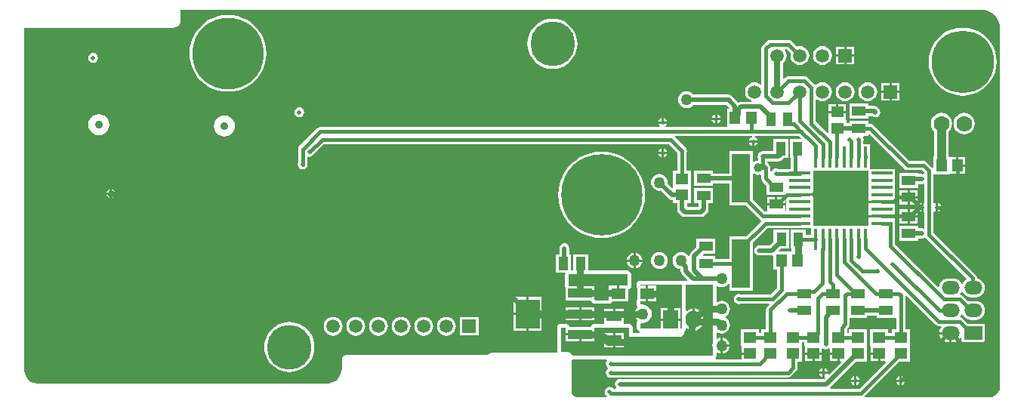
<source format=gtl>
G04*
G04 #@! TF.GenerationSoftware,Altium Limited,Altium Designer,21.0.9 (235)*
G04*
G04 Layer_Physical_Order=1*
G04 Layer_Color=255*
%FSLAX25Y25*%
%MOIN*%
G70*
G04*
G04 #@! TF.SameCoordinates,B8C923A0-899F-4986-8B49-ABE338B4BB89*
G04*
G04*
G04 #@! TF.FilePolarity,Positive*
G04*
G01*
G75*
%ADD18R,0.04331X0.05906*%
%ADD19R,0.05906X0.04331*%
%ADD20R,0.01575X0.09449*%
%ADD21R,0.09449X0.01575*%
%ADD22R,0.05512X0.04724*%
%ADD23R,0.04724X0.05512*%
%ADD24R,0.06693X0.04331*%
%ADD25R,0.10630X0.03937*%
%ADD26R,0.10630X0.12992*%
%ADD27R,0.07874X0.21654*%
%ADD28R,0.06299X0.04724*%
%ADD55C,0.01968*%
%ADD56C,0.01575*%
%ADD57C,0.02362*%
%ADD58C,0.03150*%
%ADD59C,0.03543*%
%ADD60C,0.03937*%
%ADD61C,0.02756*%
%ADD62C,0.03445*%
%ADD63O,0.07874X0.05906*%
%ADD64R,0.07874X0.05906*%
%ADD65C,0.07000*%
%ADD66C,0.05906*%
%ADD67R,0.05906X0.05906*%
%ADD68O,0.06693X0.07874*%
%ADD69R,0.06693X0.07874*%
%ADD70C,0.01968*%
%ADD71C,0.05000*%
%ADD72C,0.03937*%
%ADD73C,0.35827*%
%ADD74C,0.31496*%
%ADD75C,0.19685*%
%ADD76C,0.27559*%
G36*
X599121Y414649D02*
X600680Y414176D01*
X602116Y413409D01*
X603375Y412375D01*
X604409Y411116D01*
X605176Y409680D01*
X605649Y408121D01*
X605801Y406577D01*
X605786Y406500D01*
Y400500D01*
X605786Y247735D01*
X605785Y247734D01*
X605785D01*
X605707Y247142D01*
X605234Y246000D01*
X604481Y245019D01*
X603500Y244266D01*
X602358Y243793D01*
X601132Y243632D01*
X600498Y243715D01*
X600498Y243715D01*
X600494Y243715D01*
X600020Y243714D01*
X546241D01*
X546053Y244214D01*
X561252Y259413D01*
X565937D01*
Y266000D01*
X565937Y266500D01*
X565937D01*
Y266500D01*
X565937D01*
Y273587D01*
X564007D01*
Y288424D01*
X564469Y288669D01*
X577478Y275659D01*
X578129Y275224D01*
X578898Y275072D01*
X579760D01*
X580007Y274572D01*
X579563Y273993D01*
X579165Y273032D01*
X579095Y272500D01*
X584000D01*
Y272000D01*
X584500D01*
Y268013D01*
X584984D01*
X586016Y268149D01*
X586978Y268547D01*
X587803Y269181D01*
X588382Y269935D01*
X588651Y269906D01*
X588882Y269798D01*
Y267866D01*
X599118D01*
Y276134D01*
X591720D01*
X589356Y278498D01*
X588705Y278933D01*
X588420Y278990D01*
X588244Y279458D01*
X588595Y279915D01*
X588750Y280289D01*
X589250D01*
X589405Y279915D01*
X590067Y279052D01*
X590931Y278389D01*
X591937Y277973D01*
X593016Y277831D01*
X594984D01*
X596063Y277973D01*
X597069Y278389D01*
X597933Y279052D01*
X598595Y279915D01*
X599012Y280921D01*
X599154Y282000D01*
X599012Y283079D01*
X598595Y284085D01*
X597933Y284948D01*
X597069Y285611D01*
X596063Y286027D01*
X594984Y286170D01*
X593016D01*
X591937Y286027D01*
X591859Y285995D01*
X589514Y288340D01*
X588863Y288776D01*
X588419Y288864D01*
X588211Y289415D01*
X588595Y289915D01*
X588750Y290289D01*
X589250D01*
X589405Y289915D01*
X590067Y289052D01*
X590931Y288389D01*
X591937Y287973D01*
X593016Y287830D01*
X594984D01*
X596063Y287973D01*
X597069Y288389D01*
X597933Y289052D01*
X598595Y289915D01*
X599012Y290921D01*
X599154Y292000D01*
X599012Y293079D01*
X598595Y294085D01*
X597933Y294948D01*
X597069Y295611D01*
X596063Y296027D01*
X595615Y296087D01*
Y296392D01*
X595462Y297161D01*
X595027Y297812D01*
X576507Y316331D01*
Y325510D01*
X577007Y325777D01*
X577226Y325631D01*
X577500Y325576D01*
Y327500D01*
Y329424D01*
X577226Y329369D01*
X577007Y329223D01*
X576507Y329490D01*
Y342063D01*
X583256D01*
X583500Y342063D01*
X583925Y342244D01*
X586543D01*
Y346000D01*
Y349756D01*
X583925D01*
X583500Y349937D01*
X583155Y350282D01*
Y361021D01*
X583339Y361161D01*
X584089Y362139D01*
X584561Y363278D01*
X584722Y364500D01*
X584561Y365722D01*
X584089Y366861D01*
X583339Y367839D01*
X582361Y368589D01*
X581222Y369061D01*
X580000Y369221D01*
X578778Y369061D01*
X577639Y368589D01*
X576661Y367839D01*
X575911Y366861D01*
X575439Y365722D01*
X575279Y364500D01*
X575439Y363278D01*
X575911Y362139D01*
X576661Y361161D01*
X576802Y361054D01*
Y349937D01*
X576413D01*
Y345134D01*
X575938Y344980D01*
X575913Y344980D01*
X573474Y347419D01*
X572823Y347854D01*
X572055Y348007D01*
X565831D01*
X549919Y363919D01*
X549268Y364354D01*
X548500Y364507D01*
X547634D01*
Y365846D01*
X539366D01*
Y364708D01*
X538291D01*
X537937Y365061D01*
X537937Y366043D01*
X537756Y366468D01*
Y369087D01*
X534000D01*
X530244D01*
Y366468D01*
X530063Y366043D01*
X530063Y365799D01*
Y360429D01*
X529601Y360237D01*
X524586Y365253D01*
Y374960D01*
X525034Y375181D01*
X525415Y374889D01*
X526421Y374473D01*
X527500Y374330D01*
X528579Y374473D01*
X529585Y374889D01*
X530448Y375552D01*
X531111Y376415D01*
X531528Y377421D01*
X531670Y378500D01*
X531528Y379579D01*
X531111Y380585D01*
X530448Y381448D01*
X529585Y382111D01*
X528579Y382527D01*
X527500Y382669D01*
X526421Y382527D01*
X525415Y382111D01*
X524739Y381592D01*
X524118Y381621D01*
X523998Y381800D01*
X520958Y384840D01*
X520306Y385276D01*
X519538Y385428D01*
X512421D01*
X511653Y385276D01*
X511002Y384840D01*
X510543Y384382D01*
X510081Y384573D01*
Y391270D01*
X510448Y391552D01*
X511111Y392415D01*
X511527Y393421D01*
X511669Y394500D01*
X511527Y395579D01*
X511111Y396585D01*
X510819Y396966D01*
X511040Y397414D01*
X511747D01*
X513505Y395657D01*
X513473Y395579D01*
X513331Y394500D01*
X513473Y393421D01*
X513889Y392415D01*
X514552Y391552D01*
X515415Y390889D01*
X516421Y390473D01*
X517500Y390331D01*
X518579Y390473D01*
X519585Y390889D01*
X520448Y391552D01*
X521111Y392415D01*
X521527Y393421D01*
X521669Y394500D01*
X521527Y395579D01*
X521111Y396585D01*
X520448Y397448D01*
X519585Y398111D01*
X518579Y398527D01*
X517500Y398670D01*
X516421Y398527D01*
X516343Y398495D01*
X513998Y400841D01*
X513347Y401276D01*
X512579Y401428D01*
X504344D01*
X503576Y401276D01*
X502924Y400841D01*
X501081Y398997D01*
X500646Y398346D01*
X500493Y397578D01*
Y382044D01*
X499993Y381798D01*
X499585Y382111D01*
X498579Y382527D01*
X497500Y382669D01*
X496421Y382527D01*
X495415Y382111D01*
X494552Y381448D01*
X493889Y380585D01*
X493472Y379579D01*
X493330Y378500D01*
X493472Y377421D01*
X493889Y376415D01*
X494552Y375552D01*
X495415Y374889D01*
X496043Y374629D01*
X495944Y374129D01*
X491444D01*
X490600Y373961D01*
X490337Y373785D01*
X487561Y376561D01*
X486845Y377040D01*
X486000Y377208D01*
X470446D01*
X470125Y377625D01*
X469356Y378215D01*
X468461Y378586D01*
X467500Y378713D01*
X466539Y378586D01*
X465644Y378215D01*
X464875Y377625D01*
X464285Y376856D01*
X463914Y375961D01*
X463787Y375000D01*
X463914Y374039D01*
X464285Y373144D01*
X464875Y372375D01*
X465644Y371785D01*
X466539Y371414D01*
X467500Y371287D01*
X468461Y371414D01*
X469356Y371785D01*
X470125Y372375D01*
X470446Y372792D01*
X485085D01*
X486441Y371437D01*
X486234Y370937D01*
X485370D01*
Y363063D01*
X484926Y362928D01*
X458371D01*
X458219Y363428D01*
X458431Y363569D01*
X458869Y364226D01*
X458924Y364500D01*
X455076D01*
X455131Y364226D01*
X455569Y363569D01*
X455781Y363428D01*
X455629Y362928D01*
X305745D01*
X304977Y362775D01*
X304326Y362340D01*
X296581Y354595D01*
X296146Y353944D01*
X295993Y353176D01*
Y347394D01*
X295960Y347345D01*
X295792Y346500D01*
X295960Y345655D01*
X296439Y344939D01*
X297155Y344460D01*
X298000Y344292D01*
X298845Y344460D01*
X299561Y344939D01*
X300040Y345655D01*
X300208Y346500D01*
X300040Y347345D01*
X300007Y347394D01*
Y349504D01*
X300507Y349890D01*
X301000Y349792D01*
X301845Y349960D01*
X302561Y350439D01*
X302918Y350973D01*
X307438Y355493D01*
X459669D01*
X463449Y351713D01*
X463460Y351655D01*
X463493Y351606D01*
Y343587D01*
X461563D01*
X461563Y336212D01*
X461101Y336021D01*
X459144Y337978D01*
X459213Y338500D01*
X459086Y339461D01*
X458715Y340356D01*
X458125Y341125D01*
X457356Y341715D01*
X456461Y342086D01*
X455500Y342213D01*
X454539Y342086D01*
X453644Y341715D01*
X452875Y341125D01*
X452285Y340356D01*
X451914Y339461D01*
X451787Y338500D01*
X451914Y337539D01*
X452285Y336644D01*
X452875Y335875D01*
X453644Y335285D01*
X454539Y334914D01*
X455500Y334787D01*
X456022Y334856D01*
X459482Y331396D01*
X460198Y330917D01*
X461043Y330749D01*
X461563D01*
Y329413D01*
X463292D01*
Y326653D01*
X463460Y325808D01*
X463939Y325092D01*
X465092Y323939D01*
X465808Y323460D01*
X466653Y323292D01*
X473847D01*
X474692Y323460D01*
X475408Y323939D01*
X476561Y325092D01*
X477040Y325808D01*
X477208Y326653D01*
Y329413D01*
X479134D01*
Y336106D01*
X470866D01*
Y329413D01*
X472792D01*
Y327708D01*
X467708D01*
Y329413D01*
X469437D01*
Y336000D01*
X469437Y336500D01*
X469437Y337000D01*
Y343587D01*
X467507D01*
Y351606D01*
X467540Y351655D01*
X467708Y352500D01*
X467540Y353345D01*
X467061Y354061D01*
X466345Y354540D01*
X466287Y354551D01*
X462386Y358452D01*
X462577Y358914D01*
X488472D01*
X488472Y358914D01*
X496403D01*
X496452Y358414D01*
X496226Y358369D01*
X495569Y357931D01*
X495131Y357274D01*
X495076Y357000D01*
X498924D01*
X498869Y357274D01*
X498431Y357931D01*
X497774Y358369D01*
X497548Y358414D01*
X497597Y358914D01*
X517247D01*
X518066Y358096D01*
X517874Y357634D01*
X513134D01*
Y349366D01*
X513493D01*
Y344507D01*
X507894D01*
X507845Y344540D01*
X507000Y344708D01*
X506155Y344540D01*
X505439Y344061D01*
X505007Y343415D01*
X504720Y343426D01*
X504507Y343498D01*
Y345000D01*
X504354Y345768D01*
X503919Y346419D01*
X503054Y347284D01*
Y347792D01*
X508062D01*
X508907Y347960D01*
X509623Y348439D01*
X510550Y349366D01*
X512347D01*
Y357634D01*
X505653D01*
Y352208D01*
X501047D01*
X500202Y352040D01*
X499486Y351561D01*
X499008Y350845D01*
X498840Y350000D01*
X499008Y349155D01*
X499040Y349106D01*
Y348212D01*
X499000Y348177D01*
X498178Y348068D01*
X497412Y347751D01*
X497118Y347526D01*
X496618Y347773D01*
Y352209D01*
X486382D01*
Y342448D01*
X479134D01*
Y343587D01*
X470866D01*
Y336894D01*
X479134D01*
Y338032D01*
X486382D01*
Y328193D01*
X493780D01*
X499766Y322207D01*
X500189Y321924D01*
X500297Y321324D01*
X493780Y314807D01*
X486382D01*
Y304767D01*
X480134D01*
Y306106D01*
X474888D01*
X474701Y306543D01*
X474991Y306894D01*
X480134D01*
Y313587D01*
X471866D01*
Y310016D01*
X469321Y307471D01*
X468842Y306754D01*
X468694Y306008D01*
X468384Y305910D01*
X468174Y305910D01*
X467625Y306625D01*
X466856Y307215D01*
X465961Y307586D01*
X465000Y307713D01*
X464039Y307586D01*
X463144Y307215D01*
X462375Y306625D01*
X461785Y305856D01*
X461414Y304961D01*
X461287Y304000D01*
X461414Y303039D01*
X461785Y302144D01*
X462375Y301375D01*
X463144Y300785D01*
X464039Y300414D01*
X464792Y300314D01*
Y299500D01*
X464960Y298655D01*
X465439Y297939D01*
X467810Y295568D01*
X467619Y295106D01*
X467106D01*
X466491Y294983D01*
X466303Y294858D01*
X466115Y294983D01*
X465500Y295106D01*
X447000D01*
X446385Y294983D01*
X445865Y294635D01*
X445517Y294114D01*
X445394Y293500D01*
Y292862D01*
X445517Y292248D01*
X445665Y292025D01*
Y286975D01*
X445517Y286752D01*
X445394Y286138D01*
Y284858D01*
X445405Y284805D01*
X445398Y284752D01*
X445466Y284500D01*
X445517Y284243D01*
X445546Y284199D01*
X445560Y284147D01*
X445719Y283940D01*
X445865Y283722D01*
X445820Y283239D01*
X445504Y282996D01*
X444943Y282265D01*
X444590Y281414D01*
X444536Y281000D01*
X448000D01*
Y280000D01*
X444536D01*
X444590Y279586D01*
X444943Y278735D01*
X445504Y278004D01*
X445781Y277791D01*
X445837Y277580D01*
X445865Y277278D01*
X445719Y277060D01*
X445560Y276853D01*
X445546Y276801D01*
X445517Y276757D01*
X445466Y276500D01*
X445398Y276248D01*
X445405Y276195D01*
X445394Y276143D01*
Y274500D01*
X445394Y274500D01*
X445517Y273885D01*
X445865Y273365D01*
X445865Y273365D01*
X446365Y272865D01*
X446752Y272606D01*
X446600Y272106D01*
X443606D01*
Y274500D01*
X443483Y275114D01*
X443135Y275635D01*
X442615Y275983D01*
X442000Y276106D01*
X440245D01*
X439847Y276350D01*
X439847Y276606D01*
Y279016D01*
X435500D01*
X431153D01*
Y276606D01*
X431153Y276350D01*
X430755Y276106D01*
X427279D01*
X427133Y276077D01*
X426985Y276078D01*
X426520Y275992D01*
X426365Y275929D01*
X426200Y275897D01*
X426077Y275814D01*
X425939Y275759D01*
X425819Y275642D01*
X425680Y275549D01*
X425597Y275425D01*
X425491Y275321D01*
X425425Y275167D01*
X425331Y275028D01*
X425303Y274882D01*
X425244Y274745D01*
X425242Y274594D01*
X415758D01*
X415756Y274745D01*
X415697Y274882D01*
X415668Y275028D01*
X415575Y275167D01*
X415510Y275321D01*
X415403Y275425D01*
X415320Y275549D01*
X415181Y275642D01*
X415061Y275759D01*
X414923Y275814D01*
X414799Y275897D01*
X414635Y275929D01*
X414480Y275992D01*
X414015Y276078D01*
X413867Y276077D01*
X413721Y276106D01*
X412000D01*
X411385Y275983D01*
X410865Y275635D01*
X410517Y275114D01*
X410394Y274500D01*
Y263615D01*
X410397Y263600D01*
X410080Y263214D01*
X381500D01*
X381354Y263185D01*
X380800Y263112D01*
X380148Y262842D01*
X379588Y262412D01*
X379436Y262214D01*
X317000D01*
X316344Y262084D01*
X315788Y261712D01*
X315416Y261156D01*
X315286Y260500D01*
Y256500D01*
X315297Y256447D01*
X315171Y255173D01*
X314784Y253897D01*
X314155Y252721D01*
X313310Y251691D01*
X312279Y250845D01*
X311103Y250216D01*
X309827Y249829D01*
X308553Y249704D01*
X308500Y249714D01*
X181000D01*
X180901Y249694D01*
X179494Y249880D01*
X178091Y250461D01*
X176886Y251386D01*
X175961Y252591D01*
X175380Y253994D01*
X175194Y255401D01*
X175214Y255500D01*
Y259500D01*
Y401757D01*
Y406786D01*
X241000D01*
X241082Y406802D01*
X241830Y406901D01*
X242604Y407221D01*
X243269Y407731D01*
X243779Y408396D01*
X244099Y409170D01*
X244198Y409918D01*
X244214Y410000D01*
Y414786D01*
X594965Y414786D01*
X597500D01*
X597577Y414801D01*
X599121Y414649D01*
D02*
G37*
G36*
X563581Y344581D02*
X564232Y344146D01*
X565000Y343993D01*
X571223D01*
X572295Y342921D01*
X572272Y342479D01*
X571836Y342141D01*
X571500Y342208D01*
X569634D01*
Y342827D01*
X561366D01*
Y336134D01*
X569634D01*
Y337792D01*
X571500D01*
X571993Y337890D01*
X572493Y337504D01*
Y329810D01*
X572047Y329475D01*
Y327500D01*
Y325525D01*
X572493Y325190D01*
Y318496D01*
X571993Y318110D01*
X571500Y318208D01*
X569634D01*
Y319366D01*
X561366D01*
Y312673D01*
X569634D01*
Y313792D01*
X571500D01*
X572345Y313960D01*
X572909Y314337D01*
X573081Y314081D01*
X591051Y296111D01*
X590978Y295746D01*
X590881Y295573D01*
X590067Y294948D01*
X589405Y294085D01*
X589250Y293711D01*
X588750D01*
X588595Y294085D01*
X587933Y294948D01*
X587069Y295611D01*
X586063Y296027D01*
X584984Y296169D01*
X583016D01*
X581937Y296027D01*
X580931Y295611D01*
X580067Y294948D01*
X579405Y294085D01*
X578988Y293079D01*
X578926Y292603D01*
X578452Y292442D01*
X559554Y311340D01*
Y320476D01*
X559516Y320670D01*
Y322445D01*
X559335D01*
Y323126D01*
X553610D01*
X547886D01*
Y322445D01*
X547705D01*
Y319295D01*
X523295D01*
Y321657D01*
Y324807D01*
Y327957D01*
Y331894D01*
X523114D01*
Y332575D01*
X517390D01*
X511665D01*
Y331894D01*
X511484D01*
Y327957D01*
Y326133D01*
X511453Y326113D01*
X511428Y326114D01*
X510953Y326390D01*
Y328500D01*
X503047D01*
Y326133D01*
X503047Y325835D01*
X502631Y325633D01*
X502016D01*
X496618Y331031D01*
Y342228D01*
X497118Y342474D01*
X497412Y342249D01*
X498178Y341932D01*
X499000Y341823D01*
X499822Y341932D01*
X500077Y342037D01*
X500493Y341759D01*
Y340193D01*
X500646Y339425D01*
X501081Y338774D01*
X502866Y336988D01*
Y333134D01*
X511134D01*
Y333405D01*
X511634Y333741D01*
X511665Y333728D01*
Y333575D01*
X517390D01*
X523114D01*
Y334256D01*
X523295D01*
Y337405D01*
Y340555D01*
Y343705D01*
X547705D01*
Y340555D01*
Y337405D01*
Y334256D01*
Y331106D01*
X547886D01*
Y330425D01*
X553610D01*
X559335D01*
Y331106D01*
X559516D01*
Y334256D01*
Y337405D01*
Y340555D01*
Y344492D01*
X548492D01*
Y349416D01*
X548531Y349610D01*
Y350000D01*
X548492Y350194D01*
Y355516D01*
X545381D01*
Y356418D01*
X545540Y356655D01*
X545708Y357500D01*
X545540Y358345D01*
X545333Y358653D01*
X545601Y359154D01*
X547634D01*
Y359821D01*
X548134Y360028D01*
X563581Y344581D01*
D02*
G37*
G36*
X522508Y315397D02*
X520087D01*
Y317634D01*
X513394D01*
Y309366D01*
X513862D01*
Y308291D01*
X513509Y307937D01*
X513000Y307937D01*
Y307937D01*
X513000D01*
Y307937D01*
X508260D01*
X508068Y308399D01*
X509036Y309366D01*
X512606D01*
Y317634D01*
X505913D01*
Y312488D01*
X504133Y310708D01*
X499500D01*
X498655Y310540D01*
X497939Y310061D01*
X497460Y309345D01*
X497292Y308500D01*
X497460Y307655D01*
X497939Y306939D01*
X498655Y306460D01*
X499500Y306292D01*
X505047D01*
X505413Y306365D01*
X505913Y305955D01*
Y300063D01*
X507450D01*
Y291938D01*
X504594Y289082D01*
X491130D01*
X490500Y289208D01*
X489655Y289040D01*
X488939Y288561D01*
X488460Y287845D01*
X488292Y287000D01*
X488460Y286155D01*
X488939Y285439D01*
X489655Y284960D01*
X490500Y284792D01*
X491345Y284960D01*
X491506Y285068D01*
X503824D01*
X504015Y284606D01*
X503081Y283672D01*
X502646Y283021D01*
X502493Y282253D01*
Y273587D01*
X500563D01*
Y272050D01*
X499437D01*
Y273543D01*
X491563D01*
Y266457D01*
X491563D01*
X491744Y266276D01*
Y263413D01*
X495500D01*
Y262413D01*
X491744D01*
Y260507D01*
X480452D01*
X480415Y260549D01*
X480231Y261007D01*
X480483Y261385D01*
X480606Y262000D01*
Y263360D01*
X481054Y263581D01*
X481235Y263443D01*
X482086Y263090D01*
X482500Y263036D01*
Y266500D01*
Y269964D01*
X482086Y269910D01*
X481235Y269557D01*
X481054Y269419D01*
X480606Y269640D01*
Y272132D01*
X481054Y272353D01*
X481144Y272285D01*
X482039Y271914D01*
X483000Y271787D01*
X483961Y271914D01*
X484856Y272285D01*
X485625Y272875D01*
X486215Y273644D01*
X486586Y274539D01*
X486713Y275500D01*
X486586Y276461D01*
X486215Y277356D01*
X485625Y278125D01*
X484856Y278715D01*
X484735Y278766D01*
Y279266D01*
X484856Y279316D01*
X485625Y279906D01*
X486215Y280675D01*
X486586Y281571D01*
X486713Y282531D01*
X486586Y283492D01*
X486215Y284388D01*
X485625Y285157D01*
X484856Y285747D01*
X483961Y286118D01*
X483000Y286244D01*
X482039Y286118D01*
X481144Y285747D01*
X481054Y285678D01*
X480606Y285899D01*
Y292632D01*
X481054Y292853D01*
X481144Y292785D01*
X482039Y292414D01*
X483000Y292287D01*
X483961Y292414D01*
X484856Y292785D01*
X485625Y293375D01*
X485882Y293709D01*
X486382Y293539D01*
Y290791D01*
X496618D01*
Y311969D01*
X503119Y318469D01*
X517390D01*
X517584Y318508D01*
X522508D01*
Y315397D01*
D02*
G37*
G36*
X465500Y274000D02*
X464847D01*
Y277500D01*
X460500D01*
X456153D01*
Y274000D01*
X447500D01*
X447000Y274500D01*
Y276143D01*
X447376Y276472D01*
X448000Y276390D01*
X449064Y276530D01*
X450055Y276941D01*
X450906Y277594D01*
X451559Y278445D01*
X451970Y279436D01*
X452110Y280500D01*
X451970Y281564D01*
X451559Y282555D01*
X450906Y283406D01*
X450055Y284059D01*
X449064Y284470D01*
X448000Y284610D01*
X447376Y284528D01*
X447000Y284858D01*
Y286138D01*
X449496D01*
Y289500D01*
Y292862D01*
X447000D01*
Y293500D01*
X465500D01*
Y274000D01*
D02*
G37*
G36*
X479000Y267335D02*
X478890Y266500D01*
X479000Y265665D01*
Y262000D01*
X417016D01*
X416954Y262310D01*
X416496Y262996D01*
X415810Y263454D01*
X415000Y263615D01*
X412000D01*
Y274500D01*
X413721D01*
X414185Y274413D01*
X414185Y274000D01*
Y271945D01*
X420500D01*
X426815D01*
X426815Y274413D01*
X427279Y274500D01*
X442000D01*
Y270500D01*
X466500D01*
X466500Y270500D01*
Y272774D01*
X466635Y272865D01*
X466983Y273386D01*
X467090Y273922D01*
X467310Y274062D01*
X467606Y274152D01*
X468308Y273613D01*
X469365Y273175D01*
X470000Y273091D01*
Y278000D01*
Y282909D01*
X469365Y282825D01*
X468308Y282387D01*
X467606Y281848D01*
X467106Y282095D01*
Y293500D01*
X479000D01*
Y267335D01*
D02*
G37*
G36*
X551366Y278673D02*
X559634D01*
X559993Y278333D01*
Y273587D01*
X558063D01*
Y272050D01*
X556437D01*
Y273587D01*
X548563D01*
Y266500D01*
X548563D01*
X548744Y266319D01*
Y263457D01*
X552500D01*
Y262957D01*
X553000D01*
Y259594D01*
X555103D01*
X555294Y259133D01*
X543669Y247507D01*
X530949D01*
X530853Y248007D01*
X540982Y258136D01*
X541044Y258229D01*
X542185Y259370D01*
X546937D01*
Y265957D01*
X546937Y266457D01*
X546937D01*
Y266457D01*
X546937D01*
Y273543D01*
X539063D01*
Y272050D01*
X538437D01*
Y273587D01*
X538437D01*
X538425Y274087D01*
X538968Y274629D01*
X539403Y275281D01*
X539556Y276049D01*
Y278673D01*
X547134D01*
Y279792D01*
X551366D01*
Y278673D01*
D02*
G37*
G36*
X519563Y266500D02*
X519563D01*
X519744Y266319D01*
Y263457D01*
X527256D01*
Y264960D01*
X527756Y265227D01*
X528155Y264960D01*
X529000Y264792D01*
X529845Y264960D01*
X530244Y265227D01*
X530744Y264960D01*
Y263457D01*
X534500D01*
Y262957D01*
X535000D01*
Y259594D01*
X535543D01*
X535734Y259133D01*
X530392Y253790D01*
X529999Y254000D01*
X528500D01*
Y252501D01*
X528710Y252108D01*
X528309Y251708D01*
X438000D01*
X437155Y251540D01*
X436439Y251061D01*
X435960Y250345D01*
X435792Y249500D01*
X435960Y248655D01*
X436393Y248007D01*
X436254Y247507D01*
X435097D01*
X435061Y247561D01*
X434345Y248040D01*
X433500Y248208D01*
X432655Y248040D01*
X431939Y247561D01*
X431460Y246845D01*
X431292Y246000D01*
X431460Y245155D01*
X431939Y244439D01*
X432275Y244214D01*
X432124Y243714D01*
X419863D01*
X419448Y243714D01*
X419367Y243701D01*
X418892Y243747D01*
X418262Y243872D01*
X417429Y244429D01*
X416873Y245263D01*
X416714Y246059D01*
Y259968D01*
X417016Y260394D01*
X432106D01*
X432327Y259894D01*
X431960Y259345D01*
X431792Y258500D01*
X431960Y257655D01*
X432439Y256939D01*
X432722Y256750D01*
Y256250D01*
X432439Y256061D01*
X431960Y255345D01*
X431792Y254500D01*
X431960Y253655D01*
X432439Y252939D01*
X433155Y252460D01*
X434000Y252292D01*
X434845Y252460D01*
X434894Y252493D01*
X512275D01*
X513043Y252646D01*
X513694Y253081D01*
X515919Y255306D01*
X516354Y255957D01*
X516507Y256725D01*
Y259413D01*
X518437D01*
Y266000D01*
X518437Y266500D01*
X518437D01*
Y266500D01*
X518437D01*
Y268036D01*
X519563D01*
Y266500D01*
D02*
G37*
%LPC*%
G36*
X541453Y398453D02*
X538000D01*
Y395000D01*
X541453D01*
Y398453D01*
D02*
G37*
G36*
X537000D02*
X533547D01*
Y395000D01*
X537000D01*
Y398453D01*
D02*
G37*
G36*
X205500Y395708D02*
X204655Y395540D01*
X203939Y395061D01*
X203460Y394345D01*
X203292Y393500D01*
X203460Y392655D01*
X203939Y391939D01*
X204655Y391460D01*
X205500Y391292D01*
X206345Y391460D01*
X207061Y391939D01*
X207540Y392655D01*
X207708Y393500D01*
X207540Y394345D01*
X207061Y395061D01*
X206345Y395540D01*
X205500Y395708D01*
D02*
G37*
G36*
X541453Y394000D02*
X538000D01*
Y390547D01*
X541453D01*
Y394000D01*
D02*
G37*
G36*
X537000D02*
X533547D01*
Y390547D01*
X537000D01*
Y394000D01*
D02*
G37*
G36*
X527500Y398670D02*
X526421Y398527D01*
X525415Y398111D01*
X524552Y397448D01*
X523889Y396585D01*
X523472Y395579D01*
X523330Y394500D01*
X523472Y393421D01*
X523889Y392415D01*
X524552Y391552D01*
X525415Y390889D01*
X526421Y390473D01*
X527500Y390331D01*
X528579Y390473D01*
X529585Y390889D01*
X530448Y391552D01*
X531111Y392415D01*
X531528Y393421D01*
X531670Y394500D01*
X531528Y395579D01*
X531111Y396585D01*
X530448Y397448D01*
X529585Y398111D01*
X528579Y398527D01*
X527500Y398670D01*
D02*
G37*
G36*
X408284Y410747D02*
X406554Y410610D01*
X404866Y410206D01*
X403263Y409542D01*
X401784Y408635D01*
X400464Y407508D01*
X399338Y406188D01*
X398431Y404709D01*
X397767Y403106D01*
X397362Y401419D01*
X397226Y399689D01*
X397362Y397959D01*
X397767Y396272D01*
X398431Y394669D01*
X399338Y393189D01*
X400464Y391870D01*
X401784Y390743D01*
X403263Y389837D01*
X404866Y389173D01*
X406554Y388767D01*
X408284Y388631D01*
X410013Y388767D01*
X411700Y389173D01*
X413304Y389837D01*
X414783Y390743D01*
X416102Y391870D01*
X417229Y393189D01*
X418136Y394669D01*
X418800Y396272D01*
X419205Y397959D01*
X419341Y399689D01*
X419205Y401419D01*
X418800Y403106D01*
X418136Y404709D01*
X417229Y406188D01*
X416102Y407508D01*
X414783Y408635D01*
X413304Y409542D01*
X411700Y410206D01*
X410013Y410610D01*
X408284Y410747D01*
D02*
G37*
G36*
X561453Y382453D02*
X558000D01*
Y379000D01*
X561453D01*
Y382453D01*
D02*
G37*
G36*
X557000D02*
X553547D01*
Y379000D01*
X557000D01*
Y382453D01*
D02*
G37*
G36*
X265000Y412465D02*
X262786Y412320D01*
X260609Y411887D01*
X258508Y411174D01*
X256517Y410192D01*
X254672Y408960D01*
X253004Y407496D01*
X251540Y405828D01*
X250307Y403983D01*
X249326Y401992D01*
X248613Y399891D01*
X248180Y397714D01*
X248035Y395500D01*
X248180Y393286D01*
X248613Y391109D01*
X249326Y389008D01*
X250307Y387017D01*
X251540Y385172D01*
X253004Y383504D01*
X254672Y382040D01*
X256517Y380807D01*
X258508Y379826D01*
X260609Y379113D01*
X262786Y378680D01*
X265000Y378535D01*
X267214Y378680D01*
X269391Y379113D01*
X271492Y379826D01*
X273483Y380807D01*
X275328Y382040D01*
X276996Y383504D01*
X278460Y385172D01*
X279693Y387017D01*
X280674Y389008D01*
X281387Y391109D01*
X281820Y393286D01*
X281965Y395500D01*
X281820Y397714D01*
X281387Y399891D01*
X280674Y401992D01*
X279693Y403983D01*
X278460Y405828D01*
X276996Y407496D01*
X275328Y408960D01*
X273483Y410192D01*
X271492Y411174D01*
X269391Y411887D01*
X267214Y412320D01*
X265000Y412465D01*
D02*
G37*
G36*
X589386Y406822D02*
X587038Y406637D01*
X584748Y406087D01*
X582573Y405186D01*
X580565Y403956D01*
X578774Y402426D01*
X577245Y400636D01*
X576015Y398628D01*
X575113Y396452D01*
X574564Y394163D01*
X574379Y391815D01*
X574564Y389467D01*
X575113Y387178D01*
X576015Y385002D01*
X577245Y382994D01*
X578774Y381204D01*
X580565Y379674D01*
X582573Y378444D01*
X584748Y377543D01*
X587038Y376993D01*
X589386Y376808D01*
X591733Y376993D01*
X594023Y377543D01*
X596199Y378444D01*
X598207Y379674D01*
X599997Y381204D01*
X601527Y382994D01*
X602757Y385002D01*
X603658Y387178D01*
X604208Y389467D01*
X604393Y391815D01*
X604208Y394163D01*
X603658Y396452D01*
X602757Y398628D01*
X601527Y400636D01*
X599997Y402426D01*
X598207Y403956D01*
X596199Y405186D01*
X594023Y406087D01*
X591733Y406637D01*
X589386Y406822D01*
D02*
G37*
G36*
X561453Y378000D02*
X558000D01*
Y374547D01*
X561453D01*
Y378000D01*
D02*
G37*
G36*
X557000D02*
X553547D01*
Y374547D01*
X557000D01*
Y378000D01*
D02*
G37*
G36*
X547500Y382669D02*
X546421Y382527D01*
X545415Y382111D01*
X544552Y381448D01*
X543889Y380585D01*
X543472Y379579D01*
X543330Y378500D01*
X543472Y377421D01*
X543889Y376415D01*
X544552Y375552D01*
X545415Y374889D01*
X546421Y374473D01*
X547500Y374330D01*
X548579Y374473D01*
X549585Y374889D01*
X550448Y375552D01*
X551111Y376415D01*
X551528Y377421D01*
X551670Y378500D01*
X551528Y379579D01*
X551111Y380585D01*
X550448Y381448D01*
X549585Y382111D01*
X548579Y382527D01*
X547500Y382669D01*
D02*
G37*
G36*
X537500D02*
X536421Y382527D01*
X535415Y382111D01*
X534552Y381448D01*
X533889Y380585D01*
X533472Y379579D01*
X533330Y378500D01*
X533472Y377421D01*
X533889Y376415D01*
X534552Y375552D01*
X535415Y374889D01*
X536421Y374473D01*
X537500Y374330D01*
X538579Y374473D01*
X539585Y374889D01*
X540448Y375552D01*
X541111Y376415D01*
X541528Y377421D01*
X541670Y378500D01*
X541528Y379579D01*
X541111Y380585D01*
X540448Y381448D01*
X539585Y382111D01*
X538579Y382527D01*
X537500Y382669D01*
D02*
G37*
G36*
X537756Y372949D02*
X534500D01*
Y370087D01*
X537756D01*
Y372949D01*
D02*
G37*
G36*
X533500D02*
X530244D01*
Y370087D01*
X533500D01*
Y372949D01*
D02*
G37*
G36*
X296500Y371708D02*
X295655Y371540D01*
X294939Y371061D01*
X294460Y370345D01*
X294292Y369500D01*
X294460Y368655D01*
X294939Y367939D01*
X295655Y367460D01*
X296500Y367292D01*
X297345Y367460D01*
X298061Y367939D01*
X298540Y368655D01*
X298708Y369500D01*
X298540Y370345D01*
X298061Y371061D01*
X297345Y371540D01*
X296500Y371708D01*
D02*
G37*
G36*
X547634Y373327D02*
X539366D01*
Y366634D01*
X547634D01*
Y367792D01*
X549470D01*
X550004Y367435D01*
X550849Y367267D01*
X551694Y367435D01*
X552410Y367914D01*
X552889Y368630D01*
X553057Y369475D01*
X552889Y370320D01*
X552410Y371036D01*
X551885Y371561D01*
X551169Y372040D01*
X550324Y372208D01*
X547634D01*
Y373327D01*
D02*
G37*
G36*
X481000Y368424D02*
Y367000D01*
X482424D01*
X482369Y367274D01*
X481931Y367931D01*
X481274Y368369D01*
X481000Y368424D01*
D02*
G37*
G36*
X480000D02*
X479726Y368369D01*
X479069Y367931D01*
X478631Y367274D01*
X478576Y367000D01*
X480000D01*
Y368424D01*
D02*
G37*
G36*
X457500Y366924D02*
Y365500D01*
X458924D01*
X458869Y365774D01*
X458431Y366431D01*
X457774Y366869D01*
X457500Y366924D01*
D02*
G37*
G36*
X456500D02*
X456226Y366869D01*
X455569Y366431D01*
X455131Y365774D01*
X455076Y365500D01*
X456500D01*
Y366924D01*
D02*
G37*
G36*
X482424Y366000D02*
X481000D01*
Y364576D01*
X481274Y364631D01*
X481931Y365069D01*
X482369Y365726D01*
X482424Y366000D01*
D02*
G37*
G36*
X480000D02*
X478576D01*
X478631Y365726D01*
X479069Y365069D01*
X479726Y364631D01*
X480000Y364576D01*
Y366000D01*
D02*
G37*
G36*
X590000Y369221D02*
X588778Y369061D01*
X587639Y368589D01*
X586661Y367839D01*
X585911Y366861D01*
X585439Y365722D01*
X585279Y364500D01*
X585439Y363278D01*
X585911Y362139D01*
X586661Y361161D01*
X587639Y360411D01*
X588778Y359939D01*
X590000Y359778D01*
X591222Y359939D01*
X592361Y360411D01*
X593339Y361161D01*
X594089Y362139D01*
X594561Y363278D01*
X594722Y364500D01*
X594561Y365722D01*
X594089Y366861D01*
X593339Y367839D01*
X592361Y368589D01*
X591222Y369061D01*
X590000Y369221D01*
D02*
G37*
G36*
X208063Y368666D02*
X206855Y368507D01*
X205730Y368041D01*
X204764Y367299D01*
X204022Y366333D01*
X203556Y365208D01*
X203397Y364000D01*
X203556Y362792D01*
X204022Y361667D01*
X204764Y360701D01*
X205730Y359959D01*
X206855Y359493D01*
X208063Y359334D01*
X209271Y359493D01*
X210396Y359959D01*
X211362Y360701D01*
X212104Y361667D01*
X212570Y362792D01*
X212729Y364000D01*
X212570Y365208D01*
X212104Y366333D01*
X211362Y367299D01*
X210396Y368041D01*
X209271Y368507D01*
X208063Y368666D01*
D02*
G37*
G36*
X263500Y368103D02*
X262292Y367944D01*
X261167Y367478D01*
X260201Y366736D01*
X259459Y365770D01*
X258993Y364645D01*
X258834Y363437D01*
X258993Y362229D01*
X259459Y361104D01*
X260201Y360138D01*
X261167Y359396D01*
X262292Y358930D01*
X263500Y358771D01*
X264708Y358930D01*
X265833Y359396D01*
X266799Y360138D01*
X267541Y361104D01*
X268007Y362229D01*
X268166Y363437D01*
X268007Y364645D01*
X267541Y365770D01*
X266799Y366736D01*
X265833Y367478D01*
X264708Y367944D01*
X263500Y368103D01*
D02*
G37*
G36*
X498924Y356000D02*
X497500D01*
Y354576D01*
X497774Y354631D01*
X498431Y355069D01*
X498869Y355726D01*
X498924Y356000D01*
D02*
G37*
G36*
X496500D02*
X495076D01*
X495131Y355726D01*
X495569Y355069D01*
X496226Y354631D01*
X496500Y354576D01*
Y356000D01*
D02*
G37*
G36*
X457500Y353424D02*
Y352000D01*
X458924D01*
X458869Y352274D01*
X458431Y352931D01*
X457774Y353369D01*
X457500Y353424D01*
D02*
G37*
G36*
X456500D02*
X456226Y353369D01*
X455569Y352931D01*
X455131Y352274D01*
X455076Y352000D01*
X456500D01*
Y353424D01*
D02*
G37*
G36*
X458924Y351000D02*
X457500D01*
Y349576D01*
X457774Y349631D01*
X458431Y350069D01*
X458869Y350726D01*
X458924Y351000D01*
D02*
G37*
G36*
X456500D02*
X455076D01*
X455131Y350726D01*
X455569Y350069D01*
X456226Y349631D01*
X456500Y349576D01*
Y351000D01*
D02*
G37*
G36*
X587543Y349756D02*
Y346500D01*
X590406D01*
Y349756D01*
X587543D01*
D02*
G37*
G36*
X590406Y345500D02*
X587543D01*
Y342244D01*
X590406D01*
Y345500D01*
D02*
G37*
G36*
X213875Y335549D02*
Y334125D01*
X215299D01*
X215244Y334399D01*
X214806Y335056D01*
X214149Y335494D01*
X213875Y335549D01*
D02*
G37*
G36*
X212875D02*
X212601Y335494D01*
X211944Y335056D01*
X211506Y334399D01*
X211451Y334125D01*
X212875D01*
Y335549D01*
D02*
G37*
G36*
X215299Y333125D02*
X213875D01*
Y331701D01*
X214149Y331756D01*
X214806Y332194D01*
X215244Y332851D01*
X215299Y333125D01*
D02*
G37*
G36*
X212875D02*
X211451D01*
X211506Y332851D01*
X211944Y332194D01*
X212601Y331756D01*
X212875Y331701D01*
Y333125D01*
D02*
G37*
G36*
X578500Y329424D02*
Y328000D01*
X579924D01*
X579869Y328274D01*
X579431Y328931D01*
X578774Y329369D01*
X578500Y329424D01*
D02*
G37*
G36*
X579924Y327000D02*
X578500D01*
Y325576D01*
X578774Y325631D01*
X579431Y326069D01*
X579869Y326726D01*
X579924Y327000D01*
D02*
G37*
G36*
X430000Y352135D02*
X427502Y351972D01*
X425047Y351483D01*
X422677Y350679D01*
X420432Y349572D01*
X418351Y348181D01*
X416469Y346531D01*
X414819Y344649D01*
X413428Y342568D01*
X412321Y340323D01*
X411517Y337953D01*
X411028Y335498D01*
X410864Y333000D01*
X411028Y330502D01*
X411517Y328047D01*
X412321Y325677D01*
X413428Y323432D01*
X414819Y321351D01*
X416469Y319469D01*
X418351Y317819D01*
X420432Y316428D01*
X422677Y315321D01*
X425047Y314517D01*
X427502Y314028D01*
X430000Y313865D01*
X432498Y314028D01*
X434953Y314517D01*
X437323Y315321D01*
X439568Y316428D01*
X441649Y317819D01*
X443531Y319469D01*
X445181Y321351D01*
X446572Y323432D01*
X447679Y325677D01*
X448483Y328047D01*
X448972Y330502D01*
X449135Y333000D01*
X448972Y335498D01*
X448483Y337953D01*
X447679Y340323D01*
X446572Y342568D01*
X445181Y344649D01*
X443531Y346531D01*
X441649Y348181D01*
X439568Y349572D01*
X437323Y350679D01*
X434953Y351483D01*
X432498Y351972D01*
X430000Y352135D01*
D02*
G37*
G36*
X445000Y307464D02*
Y304500D01*
X447964D01*
X447910Y304914D01*
X447557Y305765D01*
X446996Y306496D01*
X446265Y307057D01*
X445414Y307410D01*
X445000Y307464D01*
D02*
G37*
G36*
X444000D02*
X443586Y307410D01*
X442735Y307057D01*
X442004Y306496D01*
X441443Y305765D01*
X441090Y304914D01*
X441036Y304500D01*
X444000D01*
Y307464D01*
D02*
G37*
G36*
X447964Y303500D02*
X445000D01*
Y300536D01*
X445414Y300590D01*
X446265Y300943D01*
X446996Y301504D01*
X447557Y302235D01*
X447910Y303086D01*
X447964Y303500D01*
D02*
G37*
G36*
X444000D02*
X441036D01*
X441090Y303086D01*
X441443Y302235D01*
X442004Y301504D01*
X442735Y300943D01*
X443586Y300590D01*
X444000Y300536D01*
Y303500D01*
D02*
G37*
G36*
X455500Y307713D02*
X454539Y307586D01*
X453644Y307215D01*
X452875Y306625D01*
X452285Y305856D01*
X451914Y304961D01*
X451787Y304000D01*
X451914Y303039D01*
X452285Y302144D01*
X452875Y301375D01*
X453644Y300785D01*
X454539Y300414D01*
X455500Y300287D01*
X456461Y300414D01*
X457356Y300785D01*
X458125Y301375D01*
X458715Y302144D01*
X459086Y303039D01*
X459213Y304000D01*
X459086Y304961D01*
X458715Y305856D01*
X458125Y306625D01*
X457356Y307215D01*
X456461Y307586D01*
X455500Y307713D01*
D02*
G37*
G36*
X413500Y311708D02*
X412655Y311540D01*
X411939Y311061D01*
X411460Y310345D01*
X411292Y309500D01*
Y306834D01*
X409835D01*
Y298567D01*
X413613D01*
X413930Y298180D01*
X413894Y298000D01*
Y292524D01*
X414004Y291973D01*
Y286405D01*
X425242D01*
X425244Y286255D01*
X425303Y286118D01*
X425331Y285972D01*
X425425Y285833D01*
X425491Y285679D01*
X425597Y285575D01*
X425680Y285451D01*
X425819Y285358D01*
X425939Y285241D01*
X426077Y285186D01*
X426200Y285103D01*
X426365Y285070D01*
X426520Y285008D01*
X426985Y284922D01*
X427133Y284923D01*
X427279Y284894D01*
X433248D01*
X433862Y285017D01*
X434383Y285365D01*
X434731Y285886D01*
X434746Y285957D01*
X441728D01*
Y291302D01*
X442114Y291379D01*
X442635Y291727D01*
X442983Y292248D01*
X443106Y292862D01*
Y297347D01*
X443144Y297538D01*
X443021Y298152D01*
X442830Y298615D01*
X442482Y299135D01*
X442482Y299135D01*
X441961Y299483D01*
X441347Y299606D01*
X424009D01*
Y306834D01*
X417316D01*
Y299606D01*
X416528D01*
Y306834D01*
X415708D01*
Y309500D01*
X415540Y310345D01*
X415061Y311061D01*
X414345Y311540D01*
X413500Y311708D01*
D02*
G37*
G36*
X426815Y283469D02*
X421000D01*
Y281000D01*
X426815D01*
Y283469D01*
D02*
G37*
G36*
X420000D02*
X414185D01*
Y281000D01*
X420000D01*
Y283469D01*
D02*
G37*
G36*
X403587Y287996D02*
X397772D01*
Y281000D01*
X403587D01*
Y287996D01*
D02*
G37*
G36*
X396772D02*
X390957D01*
Y281000D01*
X396772D01*
Y287996D01*
D02*
G37*
G36*
X439847Y282681D02*
X436000D01*
Y280016D01*
X439847D01*
Y282681D01*
D02*
G37*
G36*
X435000D02*
X431153D01*
Y280016D01*
X435000D01*
Y282681D01*
D02*
G37*
G36*
X426815Y280000D02*
X421000D01*
Y277532D01*
X426815D01*
Y280000D01*
D02*
G37*
G36*
X420000D02*
X414185D01*
Y277532D01*
X420000D01*
Y280000D01*
D02*
G37*
G36*
X403587Y280000D02*
X397772D01*
Y273004D01*
X403587D01*
Y280000D01*
D02*
G37*
G36*
X396772D02*
X390957D01*
Y273004D01*
X396772D01*
Y280000D01*
D02*
G37*
G36*
X375634Y279134D02*
X367366D01*
Y270866D01*
X375634D01*
Y279134D01*
D02*
G37*
G36*
X361500Y279170D02*
X360421Y279027D01*
X359415Y278611D01*
X358552Y277948D01*
X357889Y277085D01*
X357473Y276079D01*
X357330Y275000D01*
X357473Y273921D01*
X357889Y272915D01*
X358552Y272052D01*
X359415Y271389D01*
X360421Y270973D01*
X361500Y270830D01*
X362579Y270973D01*
X363585Y271389D01*
X364448Y272052D01*
X365111Y272915D01*
X365527Y273921D01*
X365669Y275000D01*
X365527Y276079D01*
X365111Y277085D01*
X364448Y277948D01*
X363585Y278611D01*
X362579Y279027D01*
X361500Y279170D01*
D02*
G37*
G36*
X351500D02*
X350421Y279027D01*
X349415Y278611D01*
X348552Y277948D01*
X347889Y277085D01*
X347473Y276079D01*
X347330Y275000D01*
X347473Y273921D01*
X347889Y272915D01*
X348552Y272052D01*
X349415Y271389D01*
X350421Y270973D01*
X351500Y270830D01*
X352579Y270973D01*
X353585Y271389D01*
X354448Y272052D01*
X355111Y272915D01*
X355527Y273921D01*
X355669Y275000D01*
X355527Y276079D01*
X355111Y277085D01*
X354448Y277948D01*
X353585Y278611D01*
X352579Y279027D01*
X351500Y279170D01*
D02*
G37*
G36*
X341500D02*
X340421Y279027D01*
X339415Y278611D01*
X338552Y277948D01*
X337889Y277085D01*
X337473Y276079D01*
X337331Y275000D01*
X337473Y273921D01*
X337889Y272915D01*
X338552Y272052D01*
X339415Y271389D01*
X340421Y270973D01*
X341500Y270830D01*
X342579Y270973D01*
X343585Y271389D01*
X344448Y272052D01*
X345111Y272915D01*
X345527Y273921D01*
X345670Y275000D01*
X345527Y276079D01*
X345111Y277085D01*
X344448Y277948D01*
X343585Y278611D01*
X342579Y279027D01*
X341500Y279170D01*
D02*
G37*
G36*
X331500D02*
X330421Y279027D01*
X329415Y278611D01*
X328552Y277948D01*
X327889Y277085D01*
X327473Y276079D01*
X327330Y275000D01*
X327473Y273921D01*
X327889Y272915D01*
X328552Y272052D01*
X329415Y271389D01*
X330421Y270973D01*
X331500Y270830D01*
X332579Y270973D01*
X333585Y271389D01*
X334448Y272052D01*
X335111Y272915D01*
X335527Y273921D01*
X335669Y275000D01*
X335527Y276079D01*
X335111Y277085D01*
X334448Y277948D01*
X333585Y278611D01*
X332579Y279027D01*
X331500Y279170D01*
D02*
G37*
G36*
X321500D02*
X320421Y279027D01*
X319415Y278611D01*
X318552Y277948D01*
X317889Y277085D01*
X317473Y276079D01*
X317331Y275000D01*
X317473Y273921D01*
X317889Y272915D01*
X318552Y272052D01*
X319415Y271389D01*
X320421Y270973D01*
X321500Y270830D01*
X322579Y270973D01*
X323585Y271389D01*
X324448Y272052D01*
X325111Y272915D01*
X325527Y273921D01*
X325670Y275000D01*
X325527Y276079D01*
X325111Y277085D01*
X324448Y277948D01*
X323585Y278611D01*
X322579Y279027D01*
X321500Y279170D01*
D02*
G37*
G36*
X311500D02*
X310421Y279027D01*
X309415Y278611D01*
X308552Y277948D01*
X307889Y277085D01*
X307473Y276079D01*
X307330Y275000D01*
X307473Y273921D01*
X307889Y272915D01*
X308552Y272052D01*
X309415Y271389D01*
X310421Y270973D01*
X311500Y270830D01*
X312579Y270973D01*
X313585Y271389D01*
X314448Y272052D01*
X315111Y272915D01*
X315527Y273921D01*
X315669Y275000D01*
X315527Y276079D01*
X315111Y277085D01*
X314448Y277948D01*
X313585Y278611D01*
X312579Y279027D01*
X311500Y279170D01*
D02*
G37*
G36*
X583500Y271500D02*
X579095D01*
X579165Y270968D01*
X579563Y270007D01*
X580197Y269181D01*
X581022Y268547D01*
X581984Y268149D01*
X583016Y268013D01*
X583500D01*
Y271500D01*
D02*
G37*
G36*
X292142Y276888D02*
X290412Y276752D01*
X288725Y276347D01*
X287122Y275683D01*
X285642Y274777D01*
X284323Y273650D01*
X283196Y272330D01*
X282289Y270851D01*
X281625Y269248D01*
X281220Y267561D01*
X281084Y265831D01*
X281220Y264101D01*
X281625Y262414D01*
X282289Y260811D01*
X283196Y259331D01*
X284323Y258012D01*
X285642Y256885D01*
X287122Y255978D01*
X288725Y255314D01*
X290412Y254909D01*
X292142Y254773D01*
X293871Y254909D01*
X295559Y255314D01*
X297162Y255978D01*
X298641Y256885D01*
X299961Y258012D01*
X301088Y259331D01*
X301994Y260811D01*
X302658Y262414D01*
X303063Y264101D01*
X303199Y265831D01*
X303063Y267561D01*
X302658Y269248D01*
X301994Y270851D01*
X301088Y272330D01*
X299961Y273650D01*
X298641Y274777D01*
X297162Y275683D01*
X295559Y276347D01*
X293871Y276752D01*
X292142Y276888D01*
D02*
G37*
G36*
X562500Y252924D02*
Y251500D01*
X563924D01*
X563869Y251774D01*
X563431Y252431D01*
X562774Y252869D01*
X562500Y252924D01*
D02*
G37*
G36*
X561500D02*
X561226Y252869D01*
X560569Y252431D01*
X560131Y251774D01*
X560076Y251500D01*
X561500D01*
Y252924D01*
D02*
G37*
G36*
X563924Y250500D02*
X562500D01*
Y249076D01*
X562774Y249131D01*
X563431Y249569D01*
X563869Y250226D01*
X563924Y250500D01*
D02*
G37*
G36*
X561500D02*
X560076D01*
X560131Y250226D01*
X560569Y249569D01*
X561226Y249131D01*
X561500Y249076D01*
Y250500D01*
D02*
G37*
%LPD*%
G36*
X441538Y297538D02*
X441500Y297500D01*
Y292862D01*
X437898D01*
Y289500D01*
X437398D01*
Y289000D01*
X433248D01*
Y286500D01*
X427279D01*
X426815Y286587D01*
Y289055D01*
X420500D01*
Y289555D01*
X420000D01*
Y292524D01*
X415500D01*
Y298000D01*
X441347D01*
X441538Y297538D01*
D02*
G37*
%LPC*%
G36*
X426815Y292524D02*
X421000D01*
Y290055D01*
X426815D01*
Y292524D01*
D02*
G37*
G36*
X436898Y292862D02*
X433248D01*
Y290000D01*
X436898D01*
Y292862D01*
D02*
G37*
G36*
X569453Y335165D02*
X566000D01*
Y332500D01*
X569453D01*
Y335165D01*
D02*
G37*
G36*
X565000D02*
X561547D01*
Y332500D01*
X565000D01*
Y335165D01*
D02*
G37*
G36*
X510953Y332165D02*
X507500D01*
Y329500D01*
X510953D01*
Y332165D01*
D02*
G37*
G36*
X506500D02*
X503047D01*
Y329500D01*
X506500D01*
Y332165D01*
D02*
G37*
G36*
X569453Y331500D02*
X566000D01*
Y328835D01*
X569453D01*
Y331500D01*
D02*
G37*
G36*
X565000D02*
X561547D01*
Y328835D01*
X565000D01*
Y331500D01*
D02*
G37*
G36*
X571047Y329424D02*
X570773Y329369D01*
X570117Y328931D01*
X569678Y328274D01*
X569624Y328000D01*
X571047D01*
Y329424D01*
D02*
G37*
G36*
Y327000D02*
X569503D01*
X569180Y326665D01*
X566000D01*
Y324000D01*
X569453D01*
Y326163D01*
X569953Y326315D01*
X570117Y326069D01*
X570773Y325631D01*
X571047Y325576D01*
Y327000D01*
D02*
G37*
G36*
X559335Y329425D02*
X553610D01*
X547886D01*
Y328744D01*
X547705D01*
Y324807D01*
X547886D01*
Y324126D01*
X553610D01*
X559335D01*
Y324807D01*
X559516D01*
Y328744D01*
X559335D01*
Y329425D01*
D02*
G37*
G36*
X565000Y326665D02*
X561547D01*
Y324000D01*
X565000D01*
Y326665D01*
D02*
G37*
G36*
X569453Y323000D02*
X566000D01*
Y320335D01*
X569453D01*
Y323000D01*
D02*
G37*
G36*
X565000D02*
X561547D01*
Y320335D01*
X565000D01*
Y323000D01*
D02*
G37*
G36*
X483500Y269964D02*
Y267000D01*
X486464D01*
X486410Y267414D01*
X486057Y268265D01*
X485496Y268996D01*
X484765Y269557D01*
X483914Y269910D01*
X483500Y269964D01*
D02*
G37*
G36*
X486464Y266000D02*
X483500D01*
Y263036D01*
X483914Y263090D01*
X484765Y263443D01*
X485496Y264004D01*
X486057Y264735D01*
X486410Y265586D01*
X486464Y266000D01*
D02*
G37*
G36*
X454146Y292862D02*
X450496D01*
Y290000D01*
X454146D01*
Y292862D01*
D02*
G37*
G36*
Y289000D02*
X450496D01*
Y286138D01*
X454146D01*
Y289000D01*
D02*
G37*
G36*
X464847Y282937D02*
X461000D01*
Y278500D01*
X464847D01*
Y282937D01*
D02*
G37*
G36*
X460000D02*
X456153D01*
Y278500D01*
X460000D01*
Y282937D01*
D02*
G37*
G36*
X471000Y282909D02*
Y278500D01*
X474884D01*
Y278591D01*
X474735Y279725D01*
X474297Y280783D01*
X473600Y281691D01*
X472692Y282387D01*
X471635Y282825D01*
X471000Y282909D01*
D02*
G37*
G36*
X474884Y277500D02*
X471000D01*
Y273091D01*
X471635Y273175D01*
X472692Y273613D01*
X473600Y274309D01*
X474297Y275218D01*
X474735Y276275D01*
X474884Y277409D01*
Y277500D01*
D02*
G37*
G36*
X439847Y272051D02*
X436000D01*
Y269386D01*
X439847D01*
Y272051D01*
D02*
G37*
G36*
X435000D02*
X431153D01*
Y269386D01*
X435000D01*
Y272051D01*
D02*
G37*
G36*
X426815Y270945D02*
X421000D01*
Y268476D01*
X426815D01*
Y270945D01*
D02*
G37*
G36*
X420000D02*
X414185D01*
Y268476D01*
X420000D01*
Y270945D01*
D02*
G37*
G36*
X439847Y268386D02*
X436000D01*
Y265721D01*
X439847D01*
Y268386D01*
D02*
G37*
G36*
X435000D02*
X431153D01*
Y265721D01*
X435000D01*
Y268386D01*
D02*
G37*
G36*
X552000Y262457D02*
X548744D01*
Y259594D01*
X552000D01*
Y262457D01*
D02*
G37*
G36*
X542500Y252924D02*
Y251500D01*
X543924D01*
X543869Y251774D01*
X543431Y252431D01*
X542774Y252869D01*
X542500Y252924D01*
D02*
G37*
G36*
X541500D02*
X541226Y252869D01*
X540569Y252431D01*
X540131Y251774D01*
X540076Y251500D01*
X541500D01*
Y252924D01*
D02*
G37*
G36*
X543924Y250500D02*
X542500D01*
Y249076D01*
X542774Y249131D01*
X543431Y249569D01*
X543869Y250226D01*
X543924Y250500D01*
D02*
G37*
G36*
X541500D02*
X540076D01*
X540131Y250226D01*
X540569Y249569D01*
X541226Y249131D01*
X541500Y249076D01*
Y250500D01*
D02*
G37*
G36*
X534000Y262457D02*
X530744D01*
Y259594D01*
X534000D01*
Y262457D01*
D02*
G37*
G36*
X527256D02*
X524000D01*
Y259594D01*
X527256D01*
Y262457D01*
D02*
G37*
G36*
X523000D02*
X519744D01*
Y259594D01*
X523000D01*
Y262457D01*
D02*
G37*
G36*
X528500Y256424D02*
Y255000D01*
X529924D01*
X529869Y255274D01*
X529431Y255931D01*
X528774Y256369D01*
X528500Y256424D01*
D02*
G37*
G36*
X527500D02*
X527226Y256369D01*
X526569Y255931D01*
X526131Y255274D01*
X526076Y255000D01*
X527500D01*
Y256424D01*
D02*
G37*
G36*
Y254000D02*
X526076D01*
X526131Y253726D01*
X526569Y253069D01*
X527226Y252631D01*
X527500Y252576D01*
Y254000D01*
D02*
G37*
%LPD*%
D18*
X413182Y302700D02*
D03*
X420662D02*
D03*
X509000Y353500D02*
D03*
X516480D02*
D03*
X512240Y366500D02*
D03*
X504760D02*
D03*
X509260Y313500D02*
D03*
X516740D02*
D03*
D19*
X507000Y329000D02*
D03*
Y336480D02*
D03*
X475000Y340240D02*
D03*
Y332760D02*
D03*
X476000Y310240D02*
D03*
Y302760D02*
D03*
X555500Y289500D02*
D03*
Y282020D02*
D03*
X543000Y289500D02*
D03*
Y282020D02*
D03*
X519500Y289500D02*
D03*
Y282020D02*
D03*
X532000Y289500D02*
D03*
Y282020D02*
D03*
X565500Y339480D02*
D03*
Y332000D02*
D03*
Y316020D02*
D03*
Y323500D02*
D03*
X543500Y369980D02*
D03*
Y362500D02*
D03*
D20*
X524476Y349610D02*
D03*
X527626D02*
D03*
X530776D02*
D03*
X533925D02*
D03*
X537075D02*
D03*
X540224D02*
D03*
X543374D02*
D03*
X546524D02*
D03*
X546524Y313390D02*
D03*
X543374D02*
D03*
X540224D02*
D03*
X537075D02*
D03*
X533925D02*
D03*
X530776D02*
D03*
X527626D02*
D03*
X524476D02*
D03*
D21*
X553610Y342524D02*
D03*
Y339374D02*
D03*
Y336224D02*
D03*
Y333075D02*
D03*
X553610Y329925D02*
D03*
X553610Y326776D02*
D03*
Y323626D02*
D03*
Y320476D02*
D03*
X517390Y320476D02*
D03*
Y323626D02*
D03*
Y326776D02*
D03*
Y329925D02*
D03*
Y333075D02*
D03*
Y336224D02*
D03*
Y339374D02*
D03*
Y342524D02*
D03*
D22*
X465500Y340043D02*
D03*
Y332957D02*
D03*
X523500Y262957D02*
D03*
Y270043D02*
D03*
X495500Y262913D02*
D03*
Y270000D02*
D03*
X504500Y262957D02*
D03*
Y270043D02*
D03*
X562000Y262957D02*
D03*
Y270043D02*
D03*
X552500Y262957D02*
D03*
Y270043D02*
D03*
X534500D02*
D03*
Y262957D02*
D03*
X543000Y270000D02*
D03*
Y262913D02*
D03*
X514500Y270043D02*
D03*
Y262957D02*
D03*
X534000Y362500D02*
D03*
Y369587D02*
D03*
D23*
X496000Y367000D02*
D03*
X488913D02*
D03*
X509457Y304000D02*
D03*
X516543D02*
D03*
X587043Y346000D02*
D03*
X579957D02*
D03*
D24*
X435500Y268886D02*
D03*
Y279516D02*
D03*
D25*
X420500Y271445D02*
D03*
Y280500D02*
D03*
Y289555D02*
D03*
D26*
X397272Y280500D02*
D03*
D27*
X491500Y340201D02*
D03*
Y302799D02*
D03*
D28*
X437398Y289500D02*
D03*
X449996D02*
D03*
D55*
X413500Y302654D02*
Y309500D01*
X499500Y308500D02*
X505047D01*
X509260Y312713D01*
X470500Y296000D02*
X474579D01*
X467000Y299500D02*
X470500Y296000D01*
X474579D02*
X483000D01*
X470882Y299698D02*
X474579Y296000D01*
X501047Y350000D02*
X508062D01*
X509612Y351550D01*
X475000Y326653D02*
Y332760D01*
X473847Y325500D02*
X475000Y326653D01*
X466653Y325500D02*
X473847D01*
X567166Y340000D02*
X571500D01*
X566166Y339000D02*
X567166Y340000D01*
X565593Y339573D02*
X566166Y339000D01*
X565627Y316000D02*
X571500D01*
X565554Y316073D02*
X565627Y316000D01*
X529000Y267000D02*
Y279020D01*
X513000Y282000D02*
X519480D01*
X519500Y282020D01*
X565374Y323626D02*
X566413D01*
X461043Y332957D02*
X465500D01*
X455500Y338500D02*
X461043Y332957D01*
X570787Y327500D02*
X571547D01*
X570287D02*
X570787D01*
X566413Y323626D02*
X570287Y327500D01*
X565500Y332000D02*
X566287D01*
X570787Y327500D01*
X565500Y339480D02*
X565593Y339573D01*
X565500Y316020D02*
X565554Y316073D01*
X467000Y299500D02*
Y301331D01*
X488913Y367000D02*
Y372087D01*
X486000Y375000D02*
X488913Y372087D01*
X467500Y375000D02*
X486000D01*
X465500Y326653D02*
Y332957D01*
Y326653D02*
X466653Y325500D01*
X509260Y312713D02*
Y313500D01*
X476000Y340240D02*
X491445D01*
X488913Y367000D02*
X490291Y368378D01*
Y370768D01*
X491444Y371921D01*
X500126D01*
X504760Y367287D01*
Y366500D02*
Y367287D01*
X531213Y282020D02*
X532000D01*
X530031Y280839D02*
X531213Y282020D01*
X530031Y280051D02*
Y280839D01*
X529000Y279020D02*
X530031Y280051D01*
X555480Y282000D02*
X555500Y282020D01*
X549000Y282000D02*
X555480D01*
X543000Y282020D02*
X543020Y282000D01*
X549000D01*
X438000Y249500D02*
X529224D01*
X539421Y259698D01*
X542606Y262913D02*
X543000D01*
X539421Y259728D02*
X542606Y262913D01*
X539421Y259698D02*
Y259728D01*
X465000Y303331D02*
Y304000D01*
Y303331D02*
X467000Y301331D01*
X470882Y305909D02*
X476000Y311028D01*
X543520Y370000D02*
X550324D01*
X550849Y369475D01*
X470882Y299698D02*
Y305909D01*
X543500Y369980D02*
X543520Y370000D01*
X534000Y362500D02*
X543500D01*
D56*
X501047Y346453D02*
Y350000D01*
Y346453D02*
X502500Y345000D01*
X298000Y353176D02*
X305745Y360921D01*
X496000Y360921D02*
X518079D01*
X460500Y357500D02*
X465500Y352500D01*
X306607Y357500D02*
X460500D01*
X301107Y352000D02*
X306607Y357500D01*
X515500Y352520D02*
X516480Y353500D01*
X515500Y342524D02*
X517390D01*
X515500D02*
Y352520D01*
X551000Y289500D02*
X561077D01*
X507000Y342500D02*
X517366D01*
X543374Y349610D02*
Y357267D01*
X539500Y357394D02*
X540224Y356669D01*
X545199Y299199D02*
X551801D01*
X540224Y304173D02*
X545199Y299199D01*
X540224Y349610D02*
Y356669D01*
X540224Y304173D02*
Y313390D01*
X543374Y357267D02*
X543500Y357394D01*
Y357500D01*
X543374Y305626D02*
Y313390D01*
X539500Y357394D02*
Y357500D01*
X518500Y360500D02*
X522000Y357000D01*
X499000Y345000D02*
X502500D01*
X514500Y256725D02*
Y262957D01*
X512275Y254500D02*
X514500Y256725D01*
X434000Y254500D02*
X512275D01*
X518500Y360500D02*
X518500D01*
X513618Y364335D02*
X514665D01*
X518500Y360500D01*
X512240Y365713D02*
X513618Y364335D01*
X298000Y346500D02*
Y353176D01*
X301000Y352000D02*
X301107D01*
X584000Y272000D02*
X584326D01*
X583008D02*
X584000D01*
X305745Y360921D02*
X488472D01*
X488472Y360921D01*
X587043Y327500D02*
Y346000D01*
Y306901D02*
Y327500D01*
X578000D02*
X587043D01*
X574500Y315500D02*
Y343555D01*
X572055Y346000D02*
X574500Y343555D01*
X587043Y306901D02*
X599905Y294039D01*
X587043Y346000D02*
X587043Y346000D01*
X589248Y267079D02*
X598752D01*
X599905Y268232D01*
Y294039D01*
X584326Y272000D02*
X589248Y267079D01*
X574500Y315500D02*
X593608Y296392D01*
X434000Y258500D02*
X499650D01*
X504106Y262957D01*
X502500Y340193D02*
Y345000D01*
X491445Y302760D02*
Y309634D01*
X476000Y302760D02*
X491445D01*
Y309634D02*
X502287Y320476D01*
X517390D01*
X491445Y333366D02*
Y340240D01*
Y333366D02*
X501185Y323626D01*
X517390D01*
X488472Y360921D02*
X496000D01*
Y367000D01*
X504500Y270043D02*
Y282253D01*
X511747Y289500D01*
X525468Y271618D02*
Y287475D01*
X527494Y289500D01*
X514500Y270043D02*
X523894D01*
X562008Y251000D02*
X583008Y272000D01*
X562000Y251000D02*
X562008D01*
X537075Y303425D02*
X551000Y289500D01*
X465500Y340043D02*
Y352500D01*
X502500Y340193D02*
X506213Y336480D01*
X523894Y270043D02*
X525468Y271618D01*
X434000Y245500D02*
X544500D01*
X560032Y261382D02*
X561606Y262957D01*
X544500Y245500D02*
X560032Y261032D01*
Y261382D01*
X561606Y262957D02*
X562000D01*
X433500Y246000D02*
X434000Y245500D01*
X504106Y262957D02*
X504500D01*
X511747Y289500D02*
X519500D01*
X509457Y291107D02*
Y304000D01*
X505425Y287075D02*
X509457Y291107D01*
X490575Y287075D02*
X505425D01*
X495543Y270043D02*
X504500D01*
X519500Y289500D02*
X520393Y290392D01*
X530776Y294724D02*
Y313390D01*
X532000Y289500D02*
Y293500D01*
X530776Y294724D02*
X532000Y293500D01*
X533925Y297787D02*
X542213Y289500D01*
X533925Y297787D02*
Y313390D01*
X538471Y289500D02*
X543000D01*
X527494D02*
X532000D01*
X523892Y290392D02*
X527550Y294050D01*
Y308916D01*
X520393Y290392D02*
X523892D01*
X527550Y308916D02*
X527626Y308992D01*
Y313390D01*
X490500Y287000D02*
X490575Y287075D01*
X548500Y362500D02*
X565000Y346000D01*
X572055D01*
X543500Y362500D02*
X548500D01*
X516850Y313390D02*
X524476D01*
X516740Y313500D02*
X516850Y313390D01*
X558500Y302500D02*
X579000Y282000D01*
X506213Y336480D02*
X507000D01*
X511862Y333075D02*
X517390D01*
X507787Y329000D02*
X511862Y333075D01*
X507000Y329000D02*
X507787D01*
X522000Y357000D02*
X524476Y354524D01*
Y349610D02*
Y354524D01*
X512240Y365713D02*
Y366500D01*
X593608Y292392D02*
X594000Y292000D01*
X593608Y292392D02*
Y296392D01*
X557547Y310509D02*
Y320476D01*
X553610D02*
X557547D01*
X588095Y286921D02*
X593016Y282000D01*
X557547Y310509D02*
X581135Y286921D01*
X593016Y282000D02*
X594000D01*
X581135Y286921D02*
X588095D01*
X536000Y271543D02*
Y274500D01*
X537549Y276049D02*
Y288578D01*
X536000Y274500D02*
X537549Y276049D01*
X534500Y270043D02*
X536000Y271543D01*
X561077Y289500D02*
X562000Y288578D01*
Y270043D02*
Y288578D01*
X537549D02*
X538471Y289500D01*
X495500Y270000D02*
X495543Y270043D01*
X542213Y289500D02*
X543000D01*
X552500Y270043D02*
X562000D01*
X534500D02*
X542957D01*
X543000Y270000D01*
X537075Y303425D02*
Y313390D01*
X546524Y349610D02*
Y350000D01*
X527626Y349610D02*
Y355477D01*
X517500Y365603D02*
X527626Y355477D01*
X517500Y365603D02*
Y378500D01*
X502500Y376540D02*
Y397578D01*
X512579Y399421D02*
X517500Y394500D01*
X504344Y399421D02*
X512579D01*
X502500Y397578D02*
X504344Y399421D01*
X505462Y373579D02*
X512579D01*
X502500Y376540D02*
X505462Y373579D01*
X512579D02*
X517500Y378500D01*
X507500D02*
X512421Y383421D01*
X519538D01*
X522579Y380381D01*
Y364421D02*
Y380381D01*
X578898Y277079D02*
X587937D01*
X546524Y309453D02*
X578898Y277079D01*
X546524Y309453D02*
Y313390D01*
X579000Y282000D02*
X584000D01*
X593016Y272000D02*
X594000D01*
X587937Y277079D02*
X593016Y272000D01*
X530776Y349610D02*
Y356224D01*
X522579Y364421D02*
X530776Y356224D01*
X553610Y323626D02*
X565374D01*
X560831Y332000D02*
X565500D01*
X558756Y329925D02*
X560831Y332000D01*
X553610Y329925D02*
X558756D01*
X533925Y362425D02*
X534000Y362500D01*
X533925Y349610D02*
Y362425D01*
D57*
X443995Y303839D02*
X444500Y303335D01*
X214000Y333500D02*
X345190D01*
X392875Y285815D01*
X393138D02*
X397272Y281681D01*
X392875Y285815D02*
X393138D01*
X397272Y280500D02*
Y281681D01*
D58*
X475400Y282531D02*
X483000D01*
X213375Y333625D02*
X213500Y333500D01*
X420500Y295500D02*
Y300500D01*
Y295500D02*
X430000D01*
X482499Y275500D02*
X483000D01*
X470413Y276882D02*
X481117D01*
X469897Y277397D02*
X470266D01*
X481117Y276882D02*
X482499Y275500D01*
X469897Y277397D02*
X470413Y276882D01*
X464902Y267902D02*
X469897Y272897D01*
Y277397D01*
X432744Y267902D02*
X464902D01*
X435500Y280500D02*
X448000D01*
X470266Y277397D02*
X475400Y282531D01*
X449996Y289500D02*
X458655D01*
X460500Y287655D01*
Y278000D02*
Y287655D01*
X420500Y271445D02*
X429915D01*
X431760Y269600D01*
Y268886D02*
Y269600D01*
Y268886D02*
X432744Y267902D01*
X430000Y289528D02*
X437370D01*
X420500Y289555D02*
Y295500D01*
X420528Y289528D02*
X430000D01*
Y295500D01*
X420500Y289555D02*
X420528Y289528D01*
X437370D02*
X437398Y289500D01*
X516642Y313402D02*
X516740Y313500D01*
X516642Y304098D02*
Y313402D01*
X516543Y304000D02*
X516642Y304098D01*
X516543Y304000D02*
X516740Y303803D01*
X537500Y394500D02*
X538644Y393356D01*
X420500Y280500D02*
X435500D01*
D59*
X397272D02*
X420500D01*
D60*
X579957Y346000D02*
X579978Y346022D01*
Y364478D01*
X580000Y364500D01*
D61*
X507500Y378500D02*
Y394500D01*
D62*
X208063Y364000D02*
D03*
X263500Y363437D02*
D03*
D63*
X584000Y292000D02*
D03*
X594000D02*
D03*
X584000Y282000D02*
D03*
X594000D02*
D03*
X584000Y272000D02*
D03*
D64*
X594000D02*
D03*
D65*
X590000Y364500D02*
D03*
X580000D02*
D03*
D66*
X507500Y394500D02*
D03*
X517500D02*
D03*
X527500D02*
D03*
X311500Y275000D02*
D03*
X321500D02*
D03*
X331500D02*
D03*
X341500D02*
D03*
X361500D02*
D03*
X351500D02*
D03*
X497500Y378500D02*
D03*
X507500D02*
D03*
X517500D02*
D03*
X527500D02*
D03*
X547500D02*
D03*
X537500D02*
D03*
D67*
Y394500D02*
D03*
X371500Y275000D02*
D03*
X557500Y378500D02*
D03*
D68*
X470500Y278000D02*
D03*
D69*
X460500D02*
D03*
D70*
X413500Y309500D02*
D03*
X499500Y308500D02*
D03*
X501047Y350000D02*
D03*
X539500Y357500D02*
D03*
X507000Y342500D02*
D03*
X543500Y357500D02*
D03*
X543374Y305626D02*
D03*
X551801Y299199D02*
D03*
X434000Y254500D02*
D03*
X571500Y316000D02*
D03*
X480500Y366500D02*
D03*
X497000Y356500D02*
D03*
X571500Y340000D02*
D03*
X529000Y267000D02*
D03*
X513000Y282000D02*
D03*
X457000Y351500D02*
D03*
X470500Y325500D02*
D03*
X457000Y365000D02*
D03*
X298000Y346500D02*
D03*
X301000Y352000D02*
D03*
X213375Y333625D02*
D03*
X205500Y393500D02*
D03*
X296500Y369500D02*
D03*
X578000Y327500D02*
D03*
X571547D02*
D03*
X549000Y282000D02*
D03*
X562000Y251000D02*
D03*
X542000D02*
D03*
X528000Y254500D02*
D03*
X465500Y352500D02*
D03*
X438000Y249500D02*
D03*
X434000Y258500D02*
D03*
X433500Y246000D02*
D03*
X490500Y287000D02*
D03*
X550849Y369475D02*
D03*
X558500Y302500D02*
D03*
D71*
X483000Y296000D02*
D03*
X444500Y304000D02*
D03*
X455500D02*
D03*
X483000Y282531D02*
D03*
X455500Y338500D02*
D03*
X483000Y275500D02*
D03*
X448000Y280500D02*
D03*
X483000Y266500D02*
D03*
X467500Y375000D02*
D03*
X465000Y304000D02*
D03*
D72*
X499000Y345000D02*
D03*
D73*
X430000Y333000D02*
D03*
D74*
X265000Y395500D02*
D03*
D75*
X292142Y265831D02*
D03*
X408284Y399689D02*
D03*
D76*
X589386Y391815D02*
D03*
M02*

</source>
